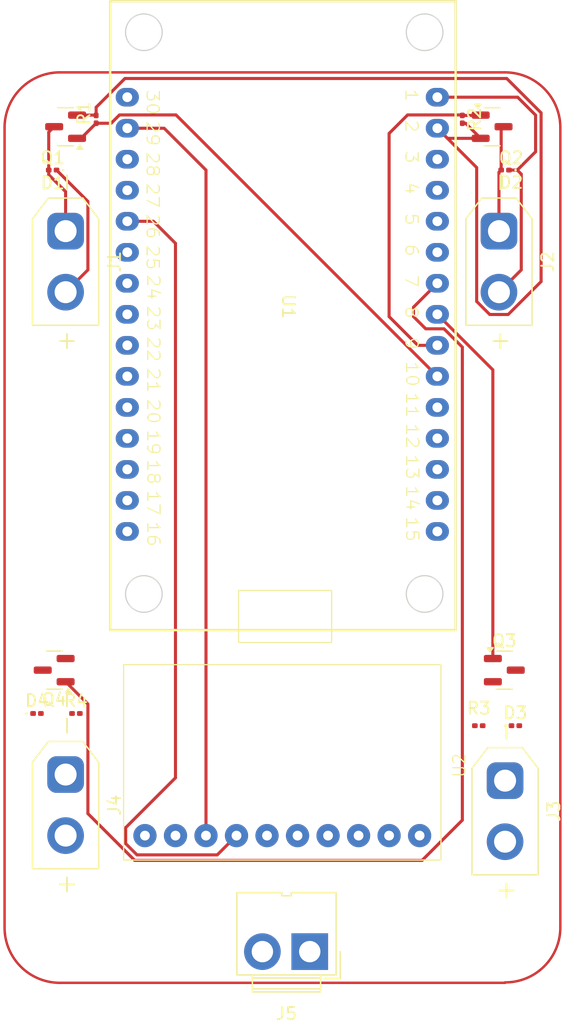
<source format=kicad_pcb>
(kicad_pcb (version 20241229) (generator "pcbnew") (generator_version "9.0")
  (layers (0 "F.Cu" signal) (2 "B.Cu" signal) (13 "F.Paste" user) (15 "B.Paste" user) (5 "F.SilkS" user "F.Silkscreen") (7 "B.SilkS" user "B.Silkscreen") (1 "F.Mask" user) (3 "B.Mask" user) (25 "Edge.Cuts" user))
  (net 0 "")
  (net 4 "Net-(D1-A)")
  (net 8 "Net-(D2-A)")
  (net 9 "Net-(D3-A)")
  (net 10 "SCL")
  (net 13 "Net-(D4-A)")
  (net 19 "PWM1")
  (net 20 "GND")
  (net 25 "PWM2")
  (net 35 "SDA")
  (net 36 "+3.3V")
  (net 37 "PWM3")
  (net 38 "PWM4")
  (footprint "MPU-9250-6500:MPU-9250-6500" (layer "F.Cu") (at 120.75 125 90)
    (property "Reference" "U2" (at 7.75 27.5 90) (layer "F.SilkS") (effects (font (thickness 0.1))))
    (property "Value" "MPU9250/6500")
    (fp_rect (start 0 0) (end 16 26) (stroke (width 0.1)) (fill no) (layer "F.SilkS"))
    (pad "" np_thru_hole circle (at 14 2 90) (size 3 3) (drill 3) (layers "*.Cu" "*.Mask") (clearance 0.5))
    (pad "" np_thru_hole circle (at 14 24 90) (size 3 3) (drill 3) (layers "*.Cu" "*.Mask") (clearance 0.5))
    (pad "1" thru_hole circle (at 2 1.75 90) (size 1.905 1.905) (drill 0.8) (layers "*.Cu" "*.Mask") (net 36 "+3.3V") (clearance 0.5))
    (pad "2" thru_hole circle (at 2 4.25 90) (size 1.905 1.905) (drill 0.8) (layers "*.Cu" "*.Mask") (net 20 "GND") (clearance 0.5))
    (pad "3" thru_hole circle (at 2 6.75 90) (size 1.905 1.905) (drill 0.8) (layers "*.Cu" "*.Mask") (net 10 "SCL") (clearance 0.5))
    (pad "4" thru_hole circle (at 2 9.25 90) (size 1.905 1.905) (drill 0.8) (layers "*.Cu" "*.Mask") (net 35 "SDA") (clearance 0.5))
    (pad "5" thru_hole circle (at 2 11.75 90) (size 1.905 1.905) (drill 0.8) (layers "*.Cu" "*.Mask") (clearance 0.5))
    (pad "6" thru_hole circle (at 2 14.25 90) (size 1.905 1.905) (drill 0.8) (layers "*.Cu" "*.Mask") (clearance 0.5))
    (pad "7" thru_hole circle (at 2 16.75 90) (size 1.905 1.905) (drill 0.8) (layers "*.Cu" "*.Mask") (clearance 0.5))
    (pad "8" thru_hole circle (at 2 19.25 90) (size 1.905 1.905) (drill 0.8) (layers "*.Cu" "*.Mask") (clearance 0.5))
    (pad "9" thru_hole circle (at 2 21.75 90) (size 1.905 1.905) (drill 0.8) (layers "*.Cu" "*.Mask") (clearance 0.5))
    (pad "10" thru_hole circle (at 2 24.25 90) (size 1.905 1.905) (drill 0.8) (layers "*.Cu" "*.Mask") (clearance 0.5))
  )
  (footprint "Resistor_SMD:R_0201_0603Metric" (layer "F.Cu") (at 148.5 64.345 -90)
    (property "Reference" "R2" (at 0 -1 90) (layer "F.SilkS"))
    (property "Value" "10K")
    (pad "1" smd roundrect (at -0.32 0 270) (size 0.46 0.4) (layers "F.Cu" "F.Mask") (net 25 "PWM2"))
    (pad "2" smd roundrect (at 0.32 0 270) (size 0.46 0.4) (layers "F.Cu" "F.Mask") (net 20 "GND"))
  )
  (footprint "Package_TO_SOT_SMD:SOT-23" (layer "F.Cu") (at 116 64.95 180)
    (property "Reference" "Q1" (at 1.0625 -2.55 0) (layer "F.SilkS"))
    (property "Value" "SI2300")
    (fp_line (start 0 1.56) (end 0.65 1.56) (stroke (width 0.12)) (layer "F.SilkS"))
    (fp_line (start 0 1.56) (end -0.65 1.56) (stroke (width 0.12)) (layer "F.SilkS"))
    (fp_line (start 0 -1.56) (end 0.65 -1.56) (stroke (width 0.12)) (layer "F.SilkS"))
    (fp_line (start 0 -1.56) (end -0.65 -1.56) (stroke (width 0.12)) (layer "F.SilkS"))
    (fp_poly (pts (xy -1.1625 -1.51) (xy -1.4025 -1.84) (xy -0.9225 -1.84) (xy -1.1625 -1.51)) (stroke (width 0.12)) (fill yes) (layer "F.SilkS"))
    (pad "1" smd roundrect (at -0.9375 -0.95 180) (size 1.475 0.6) (layers "F.Cu" "F.Mask" "F.Paste") (net 19 "PWM1"))
    (pad "2" smd roundrect (at -0.9375 0.95 180) (size 1.475 0.6) (layers "F.Cu" "F.Mask" "F.Paste") (net 20 "GND"))
    (pad "3" smd roundrect (at 0.9375 0 180) (size 1.475 0.6) (layers "F.Cu" "F.Mask" "F.Paste") (net 4 "Net-(D1-A)"))
  )
  (footprint "Package_TO_SOT_SMD:SOT-23" (layer "F.Cu") (at 115.0625 109.45 180)
    (property "Reference" "Q4" (at 0 -2.4 0) (layer "F.SilkS"))
    (property "Value" "SI2300")
    (fp_line (start 0 1.56) (end 0.65 1.56) (stroke (width 0.12)) (layer "F.SilkS"))
    (fp_line (start 0 1.56) (end -0.65 1.56) (stroke (width 0.12)) (layer "F.SilkS"))
    (fp_line (start 0 -1.56) (end 0.65 -1.56) (stroke (width 0.12)) (layer "F.SilkS"))
    (fp_line (start 0 -1.56) (end -0.65 -1.56) (stroke (width 0.12)) (layer "F.SilkS"))
    (fp_poly (pts (xy -1.1625 -1.51) (xy -1.4025 -1.84) (xy -0.9225 -1.84) (xy -1.1625 -1.51)) (stroke (width 0.12)) (fill yes) (layer "F.SilkS"))
    (pad "1" smd roundrect (at -0.9375 -0.95 180) (size 1.475 0.6) (layers "F.Cu" "F.Mask" "F.Paste") (net 38 "PWM4"))
    (pad "2" smd roundrect (at -0.9375 0.95 180) (size 1.475 0.6) (layers "F.Cu" "F.Mask" "F.Paste") (net 20 "GND"))
    (pad "3" smd roundrect (at 0.9375 0 180) (size 1.475 0.6) (layers "F.Cu" "F.Mask" "F.Paste") (net 13 "Net-(D4-A)"))
  )
  (footprint "Connector_AMASS:AMASS_XT30UPB-F_1x02_P5.0mm_Vertical" (layer "F.Cu") (at 116 118 -90)
    (property "Reference" "J4" (at 2.5 -4 90) (layer "F.SilkS"))
    (property "Value" "M1")
    (fp_line (start -1.01 2.71) (end 7.71 2.71) (stroke (width 0.12)) (layer "F.SilkS"))
    (fp_line (start -2.71 1.41) (end -1.01 2.71) (stroke (width 0.12)) (layer "F.SilkS"))
    (fp_line (start -2.71 -1.41) (end -2.71 1.41) (stroke (width 0.12)) (layer "F.SilkS"))
    (fp_line (start -2.71 -1.41) (end -1.01 -2.71) (stroke (width 0.12)) (layer "F.SilkS"))
    (fp_line (start -1.01 -2.71) (end 7.71 -2.71) (stroke (width 0.12)) (layer "F.SilkS"))
    (fp_line (start 7.71 -2.71) (end 7.71 2.71) (stroke (width 0.12)) (layer "F.SilkS"))
    (fp_text user "+" (at 9 0 90) (layer "F.SilkS") (effects (font (size 1.5 1.5))))
    (fp_text user "-" (at -4 0 90) (layer "F.SilkS") (effects (font (size 1.5 1.5))))
    (pad "1" thru_hole roundrect (at 0 0 270) (size 3 3) (drill 1.8) (layers "*.Cu" "*.Mask") (net 13 "Net-(D4-A)"))
    (pad "2" thru_hole circle (at 5 0 270) (size 3 3) (drill 1.8) (layers "*.Cu" "*.Mask") (net 36 "+3.3V"))
  )
  (footprint "Resistor_SMD:R_0201_0603Metric" (layer "F.Cu") (at 118.5 64.345 90)
    (property "Reference" "R1" (at 0.5 -1 90) (layer "F.SilkS"))
    (property "Value" "10K")
    (pad "1" smd roundrect (at -0.32 0 90) (size 0.46 0.4) (layers "F.Cu" "F.Mask") (net 19 "PWM1"))
    (pad "2" smd roundrect (at 0.32 0 90) (size 0.46 0.4) (layers "F.Cu" "F.Mask") (net 20 "GND"))
  )
  (footprint "Resistor_SMD:R_0201_0603Metric" (layer "F.Cu") (at 116.845 113)
    (property "Reference" "R4" (at 0 -1.05 0) (layer "F.SilkS"))
    (property "Value" "10K")
    (pad "1" smd roundrect (at -0.32 0) (size 0.46 0.4) (layers "F.Cu" "F.Mask") (net 38 "PWM4"))
    (pad "2" smd roundrect (at 0.32 0) (size 0.46 0.4) (layers "F.Cu" "F.Mask") (net 20 "GND"))
  )
  (footprint "Connector_AMASS:AMASS_XT30UPB-F_1x02_P5.0mm_Vertical" (layer "F.Cu") (at 151.5 73.5 -90)
    (property "Reference" "J2" (at 2.5 -4 90) (layer "F.SilkS"))
    (property "Value" "M1")
    (fp_line (start -1.01 2.71) (end 7.71 2.71) (stroke (width 0.12)) (layer "F.SilkS"))
    (fp_line (start -2.71 1.41) (end -1.01 2.71) (stroke (width 0.12)) (layer "F.SilkS"))
    (fp_line (start -2.71 -1.41) (end -2.71 1.41) (stroke (width 0.12)) (layer "F.SilkS"))
    (fp_line (start -2.71 -1.41) (end -1.01 -2.71) (stroke (width 0.12)) (layer "F.SilkS"))
    (fp_line (start -1.01 -2.71) (end 7.71 -2.71) (stroke (width 0.12)) (layer "F.SilkS"))
    (fp_line (start 7.71 -2.71) (end 7.71 2.71) (stroke (width 0.12)) (layer "F.SilkS"))
    (fp_text user "+" (at 9 0 90) (layer "F.SilkS") (effects (font (size 1.5 1.5))))
    (fp_text user "-" (at -4 0 90) (layer "F.SilkS") (effects (font (size 1.5 1.5))))
    (pad "1" thru_hole roundrect (at 0 0 270) (size 3 3) (drill 1.8) (layers "*.Cu" "*.Mask") (net 8 "Net-(D2-A)"))
    (pad "2" thru_hole circle (at 5 0 270) (size 3 3) (drill 1.8) (layers "*.Cu" "*.Mask") (net 36 "+3.3V"))
  )
  (footprint "Package_TO_SOT_SMD:SOT-23" (layer "F.Cu") (at 150.9375 64.95)
    (property "Reference" "Q2" (at 1.5625 2.55 0) (layer "F.SilkS"))
    (property "Value" "SI2300")
    (fp_line (start 0 -1.56) (end -0.65 -1.56) (stroke (width 0.12)) (layer "F.SilkS"))
    (fp_line (start 0 -1.56) (end 0.65 -1.56) (stroke (width 0.12)) (layer "F.SilkS"))
    (fp_line (start 0 1.56) (end -0.65 1.56) (stroke (width 0.12)) (layer "F.SilkS"))
    (fp_line (start 0 1.56) (end 0.65 1.56) (stroke (width 0.12)) (layer "F.SilkS"))
    (fp_poly (pts (xy -1.1625 -1.51) (xy -1.4025 -1.84) (xy -0.9225 -1.84) (xy -1.1625 -1.51)) (stroke (width 0.12)) (fill yes) (layer "F.SilkS"))
    (pad "1" smd roundrect (at -0.9375 -0.95) (size 1.475 0.6) (layers "F.Cu" "F.Mask" "F.Paste") (net 25 "PWM2"))
    (pad "2" smd roundrect (at -0.9375 0.95) (size 1.475 0.6) (layers "F.Cu" "F.Mask" "F.Paste") (net 20 "GND"))
    (pad "3" smd roundrect (at 0.9375 0) (size 1.475 0.6) (layers "F.Cu" "F.Mask" "F.Paste") (net 8 "Net-(D2-A)"))
  )
  (footprint "Diode_SMD:D_0201_0603Metric" (layer "F.Cu") (at 113.655 113)
    (property "Reference" "D4" (at 0 -1.05 0) (layer "F.SilkS"))
    (property "Value" "1N4148")
    (fp_circle (center -0.86 0) (end -0.81 0) (stroke (width 0.1)) (fill no) (layer "F.SilkS"))
    (pad "1" smd roundrect (at -0.32 0) (size 0.46 0.4) (layers "F.Cu" "F.Mask") (net 36 "+3.3V"))
    (pad "2" smd roundrect (at 0.32 0) (size 0.46 0.4) (layers "F.Cu" "F.Mask") (net 13 "Net-(D4-A)"))
  )
  (footprint "Package_TO_SOT_SMD:SOT-23" (layer "F.Cu") (at 151.9375 109.45)
    (property "Reference" "Q3" (at 0 -2.4 0) (layer "F.SilkS"))
    (property "Value" "SI2300")
    (fp_line (start 0 -1.56) (end -0.65 -1.56) (stroke (width 0.12)) (layer "F.SilkS"))
    (fp_line (start 0 -1.56) (end 0.65 -1.56) (stroke (width 0.12)) (layer "F.SilkS"))
    (fp_line (start 0 1.56) (end -0.65 1.56) (stroke (width 0.12)) (layer "F.SilkS"))
    (fp_line (start 0 1.56) (end 0.65 1.56) (stroke (width 0.12)) (layer "F.SilkS"))
    (fp_poly (pts (xy -1.1625 -1.51) (xy -1.4025 -1.84) (xy -0.9225 -1.84) (xy -1.1625 -1.51)) (stroke (width 0.12)) (fill yes) (layer "F.SilkS"))
    (pad "1" smd roundrect (at -0.9375 -0.95) (size 1.475 0.6) (layers "F.Cu" "F.Mask" "F.Paste") (net 37 "PWM3"))
    (pad "2" smd roundrect (at -0.9375 0.95) (size 1.475 0.6) (layers "F.Cu" "F.Mask" "F.Paste") (net 20 "GND"))
    (pad "3" smd roundrect (at 0.9375 0) (size 1.475 0.6) (layers "F.Cu" "F.Mask" "F.Paste") (net 9 "Net-(D3-A)"))
  )
  (footprint "Connector_AMASS:AMASS_XT30UPB-F_1x02_P5.0mm_Vertical" (layer "F.Cu") (at 116 73.5 -90)
    (property "Reference" "J1" (at 2.5 -4 90) (layer "F.SilkS"))
    (property "Value" "M1")
    (fp_line (start -1.01 2.71) (end 7.71 2.71) (stroke (width 0.12)) (layer "F.SilkS"))
    (fp_line (start -2.71 1.41) (end -1.01 2.71) (stroke (width 0.12)) (layer "F.SilkS"))
    (fp_line (start -2.71 -1.41) (end -2.71 1.41) (stroke (width 0.12)) (layer "F.SilkS"))
    (fp_line (start -2.71 -1.41) (end -1.01 -2.71) (stroke (width 0.12)) (layer "F.SilkS"))
    (fp_line (start -1.01 -2.71) (end 7.71 -2.71) (stroke (width 0.12)) (layer "F.SilkS"))
    (fp_line (start 7.71 -2.71) (end 7.71 2.71) (stroke (width 0.12)) (layer "F.SilkS"))
    (fp_text user "-" (at -4 0 90) (layer "F.SilkS") (effects (font (size 1.5 1.5))))
    (fp_text user "+" (at 9 0 90) (layer "F.SilkS") (effects (font (size 1.5 1.5))))
    (pad "1" thru_hole roundrect (at 0 0 270) (size 3 3) (drill 1.8) (layers "*.Cu" "*.Mask") (net 4 "Net-(D1-A)"))
    (pad "2" thru_hole circle (at 5 0 270) (size 3 3) (drill 1.8) (layers "*.Cu" "*.Mask") (net 36 "+3.3V"))
  )
  (footprint "Resistor_SMD:R_0201_0603Metric" (layer "F.Cu") (at 149.845 114)
    (property "Reference" "R3" (at 0 -1.43 0) (layer "F.SilkS"))
    (property "Value" "10K")
    (pad "1" smd roundrect (at -0.32 0) (size 0.46 0.4) (layers "F.Cu" "F.Mask") (net 37 "PWM3"))
    (pad "2" smd roundrect (at 0.32 0) (size 0.46 0.4) (layers "F.Cu" "F.Mask") (net 20 "GND"))
  )
  (footprint "Diode_SMD:D_0201_0603Metric" (layer "F.Cu") (at 152.845 114)
    (property "Reference" "D3" (at 0 -1.05 0) (layer "F.SilkS"))
    (property "Value" "1N4148")
    (fp_circle (center -0.86 0) (end -0.81 0) (stroke (width 0.1)) (fill no) (layer "F.SilkS"))
    (pad "1" smd roundrect (at -0.32 0) (size 0.46 0.4) (layers "F.Cu" "F.Mask") (net 36 "+3.3V"))
    (pad "2" smd roundrect (at 0.32 0) (size 0.46 0.4) (layers "F.Cu" "F.Mask") (net 9 "Net-(D3-A)"))
  )
  (footprint "Diode_SMD:D_0201_0603Metric" (layer "F.Cu") (at 152 68.5 180)
    (property "Reference" "D2" (at -0.5 -1 0) (layer "F.SilkS"))
    (property "Value" "1N4148")
    (fp_circle (center -0.86 0) (end -0.81 0) (stroke (width 0.1)) (fill no) (layer "F.SilkS"))
    (pad "1" smd roundrect (at -0.32 0 180) (size 0.46 0.4) (layers "F.Cu" "F.Mask") (net 36 "+3.3V"))
    (pad "2" smd roundrect (at 0.32 0 180) (size 0.46 0.4) (layers "F.Cu" "F.Mask") (net 8 "Net-(D2-A)"))
  )
  (footprint "Connector_AMASS:AMASS_XT30UPB-F_1x02_P5.0mm_Vertical" (layer "F.Cu") (at 152 118.5 -90)
    (property "Reference" "J3" (at 2.5 -4 90) (layer "F.SilkS"))
    (property "Value" "M1")
    (fp_line (start -1.01 2.71) (end 7.71 2.71) (stroke (width 0.12)) (layer "F.SilkS"))
    (fp_line (start -2.71 1.41) (end -1.01 2.71) (stroke (width 0.12)) (layer "F.SilkS"))
    (fp_line (start -2.71 -1.41) (end -2.71 1.41) (stroke (width 0.12)) (layer "F.SilkS"))
    (fp_line (start -2.71 -1.41) (end -1.01 -2.71) (stroke (width 0.12)) (layer "F.SilkS"))
    (fp_line (start -1.01 -2.71) (end 7.71 -2.71) (stroke (width 0.12)) (layer "F.SilkS"))
    (fp_line (start 7.71 -2.71) (end 7.71 2.71) (stroke (width 0.12)) (layer "F.SilkS"))
    (fp_text user "-" (at -4 0 90) (layer "F.SilkS") (effects (font (size 1.5 1.5))))
    (fp_text user "+" (at 9 0 90) (layer "F.SilkS") (effects (font (size 1.5 1.5))))
    (pad "1" thru_hole roundrect (at 0 0 270) (size 3 3) (drill 1.8) (layers "*.Cu" "*.Mask") (net 9 "Net-(D3-A)"))
    (pad "2" thru_hole circle (at 5 0 270) (size 3 3) (drill 1.8) (layers "*.Cu" "*.Mask") (net 36 "+3.3V"))
  )
  (footprint "Diode_SMD:D_0201_0603Metric" (layer "F.Cu") (at 114.9375 68.5 180)
    (property "Reference" "D1" (at 0 -1.05 0) (layer "F.SilkS"))
    (property "Value" "1N4148")
    (fp_circle (center -0.86 0) (end -0.81 0) (stroke (width 0.1)) (fill no) (layer "F.SilkS"))
    (pad "1" smd roundrect (at -0.32 0 180) (size 0.46 0.4) (layers "F.Cu" "F.Mask") (net 36 "+3.3V"))
    (pad "2" smd roundrect (at 0.32 0 180) (size 0.46 0.4) (layers "F.Cu" "F.Mask") (net 4 "Net-(D1-A)"))
  )
  (footprint "esp32_30_38pin:ESP32_30pin" (layer "F.Cu") (at 133.980187 80.07246 -90)
    (property "Reference" "U1" (at -0.395187 -0.27246 270) (layer "F.SilkS"))
    (property "Value" "ESP32 Dev Kit")
    (fp_rect (start 22.86 -3.81) (end 27.114179 3.81) (stroke (width 0.1)) (fill no) (layer "F.SilkS"))
    (fp_rect (start -25.4 -13.97) (end 26.1 14.33) (stroke (width 0.2)) (fill no) (layer "F.SilkS"))
    (fp_circle (center -22.86 11.57) (end -21.36 11.57) (stroke (width 0.1)) (fill no) (layer "Edge.Cuts"))
    (fp_circle (center 23.14 11.57) (end 24.64 11.57) (stroke (width 0.1)) (fill no) (layer "Edge.Cuts"))
    (fp_circle (center -22.86 -11.43) (end -21.36 -11.43) (stroke (width 0.1)) (fill no) (layer "Edge.Cuts"))
    (fp_circle (center 23.14 -11.43) (end 24.64 -11.43) (stroke (width 0.1)) (fill no) (layer "Edge.Cuts"))
    (fp_text user "22" (at 1.986542 11.373831 270) (layer "F.SilkS") (effects (font (size 1 1.1) (thickness 0.1)) (justify left bottom)))
    (fp_text user "24" (at -3.093458 11.373831 270) (layer "F.SilkS") (effects (font (size 1 1.1) (thickness 0.1)) (justify left bottom)))
    (fp_text user "6" (at -5.596175 -9.77359 270) (layer "F.SilkS") (effects (font (size 1 1.1) (thickness 0.1)) (justify left bottom)))
    (fp_text user "12" (at 9.095525 -9.834583 270) (layer "F.SilkS") (effects (font (size 1 1.1) (thickness 0.1)) (justify left bottom)))
    (fp_text user "30" (at -18.232504 11.429083 270) (layer "F.SilkS") (effects (font (size 1 1.1) (thickness 0.1)) (justify left bottom)))
    (fp_text user "4" (at -10.676175 -9.77359 270) (layer "F.SilkS") (effects (font (size 1 1.1) (thickness 0.1)) (justify left bottom)))
    (fp_text user "19" (at 9.606542 11.373831 270) (layer "F.SilkS") (effects (font (size 1 1.1) (thickness 0.1)) (justify left bottom)))
    (fp_text user "25" (at -5.532504 11.429083 270) (layer "F.SilkS") (effects (font (size 1 1.1) (thickness 0.1)) (justify left bottom)))
    (fp_text user "27" (at -10.612504 11.429083 270) (layer "F.SilkS") (effects (font (size 1 1.1) (thickness 0.1)) (justify left bottom)))
    (fp_text user "17" (at 14.574602 11.368478 270) (layer "F.SilkS") (effects (font (size 1 1.1) (thickness 0.1)) (justify left bottom)))
    (fp_text user "11" (at 6.555525 -9.834583 270) (layer "F.SilkS") (effects (font (size 1 1.1) (thickness 0.1)) (justify left bottom)))
    (fp_text user "18" (at 12.034602 11.368478 270) (layer "F.SilkS") (effects (font (size 1 1.1) (thickness 0.1)) (justify left bottom)))
    (fp_text user "14" (at 14.175525 -9.834583 270) (layer "F.SilkS") (effects (font (size 1 1.1) (thickness 0.1)) (justify left bottom)))
    (fp_text user "16" (at 17.114602 11.368478 270) (layer "F.SilkS") (effects (font (size 1 1.1) (thickness 0.1)) (justify left bottom)))
    (fp_text user "9" (at 2.023825 -9.77359 270) (layer "F.SilkS") (effects (font (size 1 1.1) (thickness 0.1)) (justify left bottom)))
    (fp_text user "20" (at 7.066542 11.373831 270) (layer "F.SilkS") (effects (font (size 1 1.1) (thickness 0.1)) (justify left bottom)))
    (fp_text user "15" (at 16.715525 -9.834583 270) (layer "F.SilkS") (effects (font (size 1 1.1) (thickness 0.1)) (justify left bottom)))
    (fp_text user "5" (at -8.136175 -9.77359 270) (layer "F.SilkS") (effects (font (size 1 1.1) (thickness 0.1)) (justify left bottom)))
    (fp_text user "13" (at 11.635525 -9.834583 270) (layer "F.SilkS") (effects (font (size 1 1.1) (thickness 0.1)) (justify left bottom)))
    (fp_text user "8" (at -0.516175 -9.77359 270) (layer "F.SilkS") (effects (font (size 1 1.1) (thickness 0.1)) (justify left bottom)))
    (fp_text user "10" (at 4.015525 -9.834583 270) (layer "F.SilkS") (effects (font (size 1 1.1) (thickness 0.1)) (justify left bottom)))
    (fp_text user "21" (at 4.526542 11.373831 270) (layer "F.SilkS") (effects (font (size 1 1.1) (thickness 0.1)) (justify left bottom)))
    (fp_text user "29" (at -15.692504 11.429083 270) (layer "F.SilkS") (effects (font (size 1 1.1) (thickness 0.1)) (justify left bottom)))
    (fp_text user "28" (at -13.152504 11.429083 270) (layer "F.SilkS") (effects (font (size 1 1.1) (thickness 0.1)) (justify left bottom)))
    (fp_text user "23" (at -0.553458 11.373831 270) (layer "F.SilkS") (effects (font (size 1 1.1) (thickness 0.1)) (justify left bottom)))
    (fp_text user "2" (at -15.756175 -9.77359 270) (layer "F.SilkS") (effects (font (size 1 1.1) (thickness 0.1)) (justify left bottom)))
    (fp_text user "1" (at -18.296175 -9.77359 270) (layer "F.SilkS") (effects (font (size 1 1.1) (thickness 0.1)) (justify left bottom)))
    (fp_text user "3" (at -13.216175 -9.77359 270) (layer "F.SilkS") (effects (font (size 1 1.1) (thickness 0.1)) (justify left bottom)))
    (fp_text user "26" (at -8.072504 11.429083 270) (layer "F.SilkS") (effects (font (size 1 1.1) (thickness 0.1)) (justify left bottom)))
    (fp_text user "7" (at -3.056175 -9.77359 270) (layer "F.SilkS") (effects (font (size 1 1.1) (thickness 0.1)) (justify left bottom)))
    (pad "1" thru_hole oval (at -17.540187 -12.47246 270) (size 1.524 1.9) (drill 0.8) (layers "*.Cu" "*.Mask") (net 36 "+3.3V"))
    (pad "2" thru_hole oval (at -15.000187 -12.47246 270) (size 1.524 1.9) (drill 0.8) (layers "*.Cu" "*.Mask") (net 20 "GND"))
    (pad "3" thru_hole oval (at -12.460187 -12.47246 270) (size 1.524 1.9) (drill 0.8) (layers "*.Cu" "*.Mask"))
    (pad "4" thru_hole oval (at -9.920187 -12.47246 270) (size 1.524 1.9) (drill 0.8) (layers "*.Cu" "*.Mask"))
    (pad "5" thru_hole oval (at -7.380187 -12.47246 270) (size 1.524 1.9) (drill 0.8) (layers "*.Cu" "*.Mask"))
    (pad "6" thru_hole oval (at -4.840187 -12.47246 270) (size 1.524 1.9) (drill 0.8) (layers "*.Cu" "*.Mask"))
    (pad "7" thru_hole oval (at -2.300187 -12.47246 270) (size 1.524 1.9) (drill 0.8) (layers "*.Cu" "*.Mask") (net 38 "PWM4"))
    (pad "8" thru_hole oval (at 0.239813 -12.47246 270) (size 1.524 1.9) (drill 0.8) (layers "*.Cu" "*.Mask") (net 37 "PWM3"))
    (pad "9" thru_hole oval (at 2.779813 -12.47246 270) (size 1.524 1.9) (drill 0.8) (layers "*.Cu" "*.Mask") (net 25 "PWM2"))
    (pad "10" thru_hole oval (at 5.319813 -12.47246 270) (size 1.524 1.9) (drill 0.8) (layers "*.Cu" "*.Mask") (net 19 "PWM1"))
    (pad "11" thru_hole oval (at 7.859813 -12.47246 270) (size 1.524 1.9) (drill 0.8) (layers "*.Cu" "*.Mask"))
    (pad "12" thru_hole oval (at 10.399813 -12.47246 270) (size 1.524 1.9) (drill 0.8) (layers "*.Cu" "*.Mask"))
    (pad "13" thru_hole oval (at 12.939813 -12.47246 270) (size 1.524 1.9) (drill 0.8) (layers "*.Cu" "*.Mask"))
    (pad "14" thru_hole oval (at 15.479813 -12.47246 270) (size 1.524 1.9) (drill 0.8) (layers "*.Cu" "*.Mask"))
    (pad "15" thru_hole oval (at 18.019813 -12.47246 270) (size 1.524 1.9) (drill 0.8) (layers "*.Cu" "*.Mask"))
    (pad "16" thru_hole oval (at 18.019813 12.92754 270) (size 1.524 1.9) (drill 0.8) (layers "*.Cu" "*.Mask"))
    (pad "17" thru_hole oval (at 15.479813 12.92754 270) (size 1.524 1.9) (drill 0.8) (layers "*.Cu" "*.Mask") (net 20 "GND"))
    (pad "18" thru_hole oval (at 12.939813 12.92754 270) (size 1.524 1.9) (drill 0.8) (layers "*.Cu" "*.Mask"))
    (pad "19" thru_hole oval (at 10.399813 12.92754 270) (size 1.524 1.9) (drill 0.8) (layers "*.Cu" "*.Mask"))
    (pad "20" thru_hole oval (at 7.859813 12.92754 270) (size 1.524 1.9) (drill 0.8) (layers "*.Cu" "*.Mask"))
    (pad "21" thru_hole oval (at 5.319813 12.92754 270) (size 1.524 1.9) (drill 0.8) (layers "*.Cu" "*.Mask"))
    (pad "22" thru_hole oval (at 2.779813 12.92754 270) (size 1.524 1.9) (drill 0.8) (layers "*.Cu" "*.Mask"))
    (pad "23" thru_hole oval (at 0.239813 12.92754 270) (size 1.524 1.9) (drill 0.8) (layers "*.Cu" "*.Mask"))
    (pad "24" thru_hole oval (at -2.300187 12.92754 270) (size 1.524 1.9) (drill 0.8) (layers "*.Cu" "*.Mask"))
    (pad "25" thru_hole oval (at -4.840187 12.92754 270) (size 1.524 1.9) (drill 0.8) (layers "*.Cu" "*.Mask"))
    (pad "26" thru_hole oval (at -7.380187 12.92754 270) (size 1.524 1.9) (drill 0.8) (layers "*.Cu" "*.Mask") (net 35 "SDA"))
    (pad "27" thru_hole oval (at -9.920187 12.92754 270) (size 1.524 1.9) (drill 0.8) (layers "*.Cu" "*.Mask"))
    (pad "28" thru_hole oval (at -12.460187 12.92754 270) (size 1.524 1.9) (drill 0.8) (layers "*.Cu" "*.Mask"))
    (pad "29" thru_hole oval (at -15.000187 12.92754 270) (size 1.524 1.9) (drill 0.8) (layers "*.Cu" "*.Mask") (net 10 "SCL"))
    (pad "30" thru_hole oval (at -17.540187 12.92754 270) (size 1.524 1.9) (drill 0.8) (layers "*.Cu" "*.Mask"))
  )
  (footprint "Connector:JWT_A3963_1x02_P3.96mm_Vertical" (layer "F.Cu") (at 136 132.5 180)
    (property "Reference" "J5" (at 1.91 -5.08 0) (layer "F.SilkS"))
    (property "Value" "Conn_01x02_Pin")
    (fp_line (start 5.97 4.83) (end 5.97 0) (stroke (width 0.12)) (layer "F.SilkS"))
    (fp_line (start 5.97 -1.91) (end 5.97 0) (stroke (width 0.12)) (layer "F.SilkS"))
    (fp_line (start 4.7 -1.91) (end 4.7 -3.3) (stroke (width 0.12)) (layer "F.SilkS"))
    (fp_line (start 2.29 4.83) (end 5.97 4.83) (stroke (width 0.12)) (layer "F.SilkS"))
    (fp_line (start 2.29 4.57) (end 2.29 4.83) (stroke (width 0.12)) (layer "F.SilkS"))
    (fp_line (start 1.52 4.83) (end 1.52 4.57) (stroke (width 0.12)) (layer "F.SilkS"))
    (fp_line (start 1.52 4.83) (end -2.16 4.83) (stroke (width 0.12)) (layer "F.SilkS"))
    (fp_line (start 1.52 4.57) (end 2.29 4.57) (stroke (width 0.12)) (layer "F.SilkS"))
    (fp_line (start -0.89 -1.91) (end -0.89 -3.3) (stroke (width 0.12)) (layer "F.SilkS"))
    (fp_line (start -0.89 -2.16) (end 4.7 -2.16) (stroke (width 0.12)) (layer "F.SilkS"))
    (fp_line (start -0.89 -3.05) (end 4.7 -3.05) (stroke (width 0.12)) (layer "F.SilkS"))
    (fp_line (start -0.89 -3.3) (end 4.7 -3.3) (stroke (width 0.12)) (layer "F.SilkS"))
    (fp_line (start -1.2 -2.2) (end -2.5 -2.2) (stroke (width 0.12)) (layer "F.SilkS"))
    (fp_line (start -2.16 0) (end -2.16 4.83) (stroke (width 0.12)) (layer "F.SilkS"))
    (fp_line (start -2.16 -1.91) (end 5.97 -1.91) (stroke (width 0.12)) (layer "F.SilkS"))
    (fp_line (start -2.16 -1.91) (end -2.16 0) (stroke (width 0.12)) (layer "F.SilkS"))
    (fp_line (start -2.5 -2.2) (end -2.5 0) (stroke (width 0.12)) (layer "F.SilkS"))
    (pad "1" thru_hole rect (at 0 0 180) (size 3 3) (drill 1.75) (layers "*.Cu" "*.Mask") (net 36 "+3.3V"))
    (pad "2" thru_hole circle (at 3.88 0 180) (size 3 3) (drill 1.75) (layers "*.Cu" "*.Mask") (net 20 "GND"))
  )
  (gr_arc (start 152 60.5) (mid 155.201562 61.826131) (end 156.527693 65.027693) (stroke (width 0.2)) (layer "F.Cu"))
  (gr_arc (start 115.527693 135.055471) (mid 112.316294 133.71951) (end 111 130.5) (stroke (width 0.2)) (layer "F.Cu"))
  (gr_line (start 115.527693 60.5) (end 152 60.5) (stroke (width 0.2)) (layer "F.Cu"))
  (gr_line (start 111 65.027693) (end 111 130.5) (stroke (width 0.2)) (layer "F.Cu"))
  (gr_arc (start 156.527693 130.492046) (mid 155.209734 133.70178) (end 152 135.019739) (stroke (width 0.2)) (layer "F.Cu"))
  (gr_arc (start 111 65.027693) (mid 112.326131 61.826131) (end 115.527693 60.5) (stroke (width 0.2)) (layer "F.Cu"))
  (gr_line (start 156.527693 130.492046) (end 156.527693 65.019739) (stroke (width 0.2)) (layer "F.Cu"))
  (gr_line (start 115.5277 135.055471) (end 152.000007 135.055471) (stroke (width 0.2)) (layer "F.Cu"))
  (segment (start 115.0625 64.95) (end 114.6175 65.395) (width 0.25) (layer "F.Cu") (net 4))
  (segment (start 114.6175 65.395) (end 114.6175 68.5) (width 0.25) (layer "F.Cu") (net 4))
  (segment (start 116 70.265) (end 116 73.5) (width 0.25) (layer "F.Cu") (net 4))
  (segment (start 114.6175 68.5) (end 114.6175 68.8825) (width 0.25) (layer "F.Cu") (net 4))
  (segment (start 114.6175 68.8825) (end 116 70.265) (width 0.25) (layer "F.Cu") (net 4))
  (segment (start 151.68 68.5) (end 151.68 65.145) (width 0.25) (layer "F.Cu") (net 8))
  (segment (start 151.5 68.68) (end 151.68 68.5) (width 0.25) (layer "F.Cu") (net 8))
  (segment (start 151.68 65.145) (end 151.875 64.95) (width 0.25) (layer "F.Cu") (net 8))
  (segment (start 151.5 73.5) (end 151.5 68.68) (width 0.25) (layer "F.Cu") (net 8))
  (segment (start 127.5 68.5) (end 127.5 123) (width 0.25) (layer "F.Cu") (net 10))
  (segment (start 124.072273 65.072273) (end 127.5 68.5) (width 0.25) (layer "F.Cu") (net 10))
  (segment (start 121.052647 65.072273) (end 124.072273 65.072273) (width 0.25) (layer "F.Cu") (net 10))
  (segment (start 125.044647 63.984273) (end 146.452647 85.392273) (width 0.25) (layer "F.Cu") (net 19))
  (segment (start 118.5 64.665) (end 119.733256 64.665) (width 0.25) (layer "F.Cu") (net 19))
  (segment (start 120.413983 63.984273) (end 125.044647 63.984273) (width 0.25) (layer "F.Cu") (net 19))
  (segment (start 116.9375 65.9) (end 117.265 65.9) (width 0.25) (layer "F.Cu") (net 19))
  (segment (start 119.733256 64.665) (end 120.413983 63.984273) (width 0.25) (layer "F.Cu") (net 19))
  (segment (start 117.265 65.9) (end 118.5 64.665) (width 0.25) (layer "F.Cu") (net 19))
  (segment (start 118.5 64.025) (end 118.5 63.358256) (width 0.25) (layer "F.Cu") (net 20))
  (segment (start 150.743646 80.326) (end 149.674 79.256354) (width 0.25) (layer "F.Cu") (net 20))
  (segment (start 148.5 64.665) (end 148.765 64.665) (width 0.25) (layer "F.Cu") (net 20))
  (segment (start 116.9375 64) (end 118.475 64) (width 0.25) (layer "F.Cu") (net 20))
  (segment (start 154.951 77.631354) (end 152.256354 80.326) (width 0.25) (layer "F.Cu") (net 20))
  (segment (start 152.256354 80.326) (end 150.743646 80.326) (width 0.25) (layer "F.Cu") (net 20))
  (segment (start 148.765 64.665) (end 150 65.9) (width 0.25) (layer "F.Cu") (net 20))
  (segment (start 120.858256 61) (end 152.13781 61) (width 0.25) (layer "F.Cu") (net 20))
  (segment (start 152.13781 61) (end 154.951 63.81319) (width 0.25) (layer "F.Cu") (net 20))
  (segment (start 150 65.9) (end 147.280374 65.9) (width 0.25) (layer "F.Cu") (net 20))
  (segment (start 118.475 64) (end 118.5 64.025) (width 0.25) (layer "F.Cu") (net 20))
  (segment (start 149.674 79.256354) (end 149.674 68.293626) (width 0.25) (layer "F.Cu") (net 20))
  (segment (start 118.5 63.358256) (end 120.858256 61) (width 0.25) (layer "F.Cu") (net 20))
  (segment (start 154.951 63.81319) (end 154.951 77.631354) (width 0.25) (layer "F.Cu") (net 20))
  (segment (start 149.674 68.293626) (end 146.452647 65.072273) (width 0.25) (layer "F.Cu") (net 20))
  (segment (start 147.280374 65.9) (end 146.452647 65.072273) (width 0.25) (layer "F.Cu") (net 20))
  (segment (start 144.852273 82.852273) (end 146.452647 82.852273) (width 0.25) (layer "F.Cu") (net 25))
  (segment (start 142.5 65.5) (end 142.5 80.5) (width 0.25) (layer "F.Cu") (net 25))
  (segment (start 148.5 64.025) (end 148.459273 63.984273) (width 0.25) (layer "F.Cu") (net 25))
  (segment (start 148.5 64.025) (end 149.975 64.025) (width 0.25) (layer "F.Cu") (net 25))
  (segment (start 148.459273 63.984273) (end 144.015727 63.984273) (width 0.25) (layer "F.Cu") (net 25))
  (segment (start 144.015727 63.984273) (end 142.5 65.5) (width 0.25) (layer "F.Cu") (net 25))
  (segment (start 142.5 80.5) (end 144.852273 82.852273) (width 0.25) (layer "F.Cu") (net 25))
  (segment (start 149.975 64.025) (end 150 64) (width 0.25) (layer "F.Cu") (net 25))
  (segment (start 125 118.267663) (end 120.9215 122.346163) (width 0.25) (layer "F.Cu") (net 35))
  (segment (start 128.4215 124.5785) (end 130 123) (width 0.25) (layer "F.Cu") (net 35))
  (segment (start 121.052647 72.692273) (end 123.192273 72.692273) (width 0.25) (layer "F.Cu") (net 35))
  (segment (start 120.9215 122.346163) (end 120.9215 123.653837) (width 0.25) (layer "F.Cu") (net 35))
  (segment (start 125 74.5) (end 125 118.267663) (width 0.25) (layer "F.Cu") (net 35))
  (segment (start 121.846163 124.5785) (end 128.4215 124.5785) (width 0.25) (layer "F.Cu") (net 35))
  (segment (start 120.9215 123.653837) (end 121.846163 124.5785) (width 0.25) (layer "F.Cu") (net 35))
  (segment (start 123.192273 72.692273) (end 125 74.5) (width 0.25) (layer "F.Cu") (net 35))
  (segment (start 117.826 71.0685) (end 117.826 76.674) (width 0.25) (layer "F.Cu") (net 36))
  (segment (start 153.032273 62.532273) (end 154.5 64) (width 0.25) (layer "F.Cu") (net 36))
  (segment (start 154.5 67) (end 153 68.5) (width 0.25) (layer "F.Cu") (net 36))
  (segment (start 153.326 68.826) (end 153 68.5) (width 0.25) (layer "F.Cu") (net 36))
  (segment (start 146.452647 62.532273) (end 153.032273 62.532273) (width 0.25) (layer "F.Cu") (net 36))
  (segment (start 115.2575 68.5) (end 117.826 71.0685) (width 0.25) (layer "F.Cu") (net 36))
  (segment (start 153.326 76.674) (end 153.326 68.826) (width 0.25) (layer "F.Cu") (net 36))
  (segment (start 154.5 64) (end 154.5 67) (width 0.25) (layer "F.Cu") (net 36))
  (segment (start 151.5 78.5) (end 153.326 76.674) (width 0.25) (layer "F.Cu") (net 36))
  (segment (start 117.826 76.674) (end 116 78.5) (width 0.25) (layer "F.Cu") (net 36))
  (segment (start 153 68.5) (end 152.32 68.5) (width 0.25) (layer "F.Cu") (net 36))
  (segment (start 151 84.859626) (end 151 108.5) (width 0.25) (layer "F.Cu") (net 37))
  (segment (start 146.452647 80.312273) (end 151 84.859626) (width 0.25) (layer "F.Cu") (net 37))
  (segment (start 117.826 112.226) (end 116 110.4) (width 0.25) (layer "F.Cu") (net 38))
  (segment (start 148.5 121.732337) (end 145.202837 125.0295) (width 0.25) (layer "F.Cu") (net 38))
  (segment (start 144.5 79.72492) (end 144.5 80.5) (width 0.25) (layer "F.Cu") (net 38))
  (segment (start 121.659353 125.0295) (end 117.826 121.196147) (width 0.25) (layer "F.Cu") (net 38))
  (segment (start 147 81.5) (end 148.5 83) (width 0.25) (layer "F.Cu") (net 38))
  (segment (start 144.5 80.5) (end 145.5 81.5) (width 0.25) (layer "F.Cu") (net 38))
  (segment (start 145.202837 125.0295) (end 121.659353 125.0295) (width 0.25) (layer "F.Cu") (net 38))
  (segment (start 145.5 81.5) (end 147 81.5) (width 0.25) (layer "F.Cu") (net 38))
  (segment (start 146.452647 77.772273) (end 144.5 79.72492) (width 0.25) (layer "F.Cu") (net 38))
  (segment (start 117.826 121.196147) (end 117.826 112.226) (width 0.25) (layer "F.Cu") (net 38))
  (segment (start 148.5 83) (end 148.5 121.732337) (width 0.25) (layer "F.Cu") (net 38))
)
</source>
